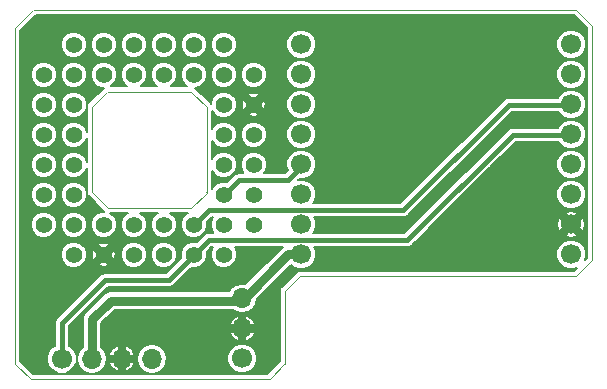
<source format=gtl>
G04 #@! TF.FileFunction,Copper,L1,Top,Signal*
%FSLAX46Y46*%
G04 Gerber Fmt 4.6, Leading zero omitted, Abs format (unit mm)*
G04 Created by KiCad (PCBNEW 4.0.7) date 08/06/20 13:21:24*
%MOMM*%
%LPD*%
G01*
G04 APERTURE LIST*
%ADD10C,0.100000*%
%ADD11C,1.422400*%
%ADD12C,1.700000*%
%ADD13O,1.700000X1.700000*%
%ADD14C,0.400000*%
%ADD15C,0.800000*%
%ADD16C,0.200000*%
G04 APERTURE END LIST*
D10*
X110650000Y-128175000D02*
X130875000Y-128175000D01*
X158175000Y-98250000D02*
X158175000Y-98275000D01*
X156850000Y-96925000D02*
X158175000Y-98250000D01*
X110900000Y-96925000D02*
X156850000Y-96925000D01*
X109332000Y-126860000D02*
X109332000Y-98475000D01*
X132200000Y-120725000D02*
X132200000Y-126853000D01*
X133496000Y-119442000D02*
X132201000Y-120737000D01*
X158176000Y-118118000D02*
X156842000Y-119452000D01*
X158176000Y-98247000D02*
X158176000Y-118118000D01*
X109354000Y-98465000D02*
X110893000Y-96926000D01*
X133500000Y-119452000D02*
X156827000Y-119452000D01*
X117180000Y-113675000D02*
X117180000Y-113645000D01*
X124244000Y-113675000D02*
X117180000Y-113675000D01*
X125555000Y-112365000D02*
X125532000Y-112365000D01*
X125555000Y-105156000D02*
X125555000Y-112365000D01*
X115854000Y-112359000D02*
X115854000Y-105151000D01*
X117165000Y-103823000D02*
X124236000Y-103823000D01*
X109333000Y-126851000D02*
X110643000Y-128161000D01*
X115860000Y-112359000D02*
X117170000Y-113669000D01*
X124252000Y-103845000D02*
X125562000Y-105155000D01*
X132198000Y-126850000D02*
X130903000Y-128145000D01*
X125545000Y-112379000D02*
X124250000Y-113674000D01*
X117158000Y-103830000D02*
X115863000Y-105125000D01*
D11*
X114300000Y-110033000D03*
X114300000Y-107493000D03*
X114300000Y-104953000D03*
X114300000Y-112573000D03*
X114300000Y-115113000D03*
X111760000Y-107493000D03*
X111760000Y-104953000D03*
X111760000Y-102413000D03*
X111760000Y-110033000D03*
X111760000Y-112573000D03*
X114300000Y-102413000D03*
X116840000Y-102413000D03*
X119380000Y-102413000D03*
X121920000Y-102413000D03*
X124460000Y-102413000D03*
X114300000Y-99873000D03*
X116840000Y-99873000D03*
X119380000Y-99873000D03*
X121920000Y-99873000D03*
X124460000Y-99873000D03*
X127000000Y-99873000D03*
X127000000Y-102413000D03*
X127000000Y-104953000D03*
X127000000Y-107493000D03*
X127000000Y-110033000D03*
X127000000Y-112573000D03*
X127000000Y-117653000D03*
X129540000Y-102413000D03*
X129540000Y-104953000D03*
X129540000Y-107493000D03*
X129540000Y-110033000D03*
X129540000Y-112573000D03*
X129540000Y-115113000D03*
X127000000Y-115113000D03*
X124460000Y-115113000D03*
X121920000Y-115113000D03*
X119380000Y-115113000D03*
X116840000Y-115113000D03*
X111760000Y-115113000D03*
X124460000Y-117653000D03*
X121920000Y-117653000D03*
X119380000Y-117653000D03*
X116840000Y-117653000D03*
X114300000Y-117653000D03*
D12*
X156416000Y-99832000D03*
X156416000Y-102372000D03*
X156416000Y-104912000D03*
X156416000Y-107452000D03*
X156416000Y-109992000D03*
X156416000Y-112532000D03*
X156416000Y-115072000D03*
X156416000Y-117612000D03*
X133556000Y-117612000D03*
X133556000Y-115072000D03*
X133556000Y-112532000D03*
X133556000Y-109992000D03*
X133556000Y-107452000D03*
X133556000Y-104912000D03*
X133556000Y-102372000D03*
X133556000Y-99832000D03*
X113304000Y-126451000D03*
D13*
X115844000Y-126451000D03*
X118384000Y-126451000D03*
X120924000Y-126451000D03*
D12*
X128565000Y-126424000D03*
D13*
X128565000Y-123884000D03*
X128565000Y-121344000D03*
D14*
X127000000Y-112573000D02*
X127038000Y-112573000D01*
X127038000Y-112573000D02*
X128283000Y-111328000D01*
X128283000Y-111328000D02*
X132424000Y-111328000D01*
X132424000Y-111328000D02*
X133719000Y-110033000D01*
X125813000Y-113856000D02*
X125717000Y-113856000D01*
X125813000Y-113856000D02*
X142215000Y-113856000D01*
X142215000Y-113856000D02*
X151118000Y-104953000D01*
X156579000Y-104953000D02*
X151118000Y-104953000D01*
X125717000Y-113856000D02*
X124460000Y-115113000D01*
X124460000Y-117653000D02*
X124460000Y-117690000D01*
X124460000Y-117690000D02*
X122343000Y-119807000D01*
X113304000Y-123446000D02*
X113304000Y-126594000D01*
X116943000Y-119807000D02*
X113304000Y-123446000D01*
X122343000Y-119807000D02*
X116943000Y-119807000D01*
X156579000Y-107493000D02*
X151455000Y-107493000D01*
X125715000Y-116398000D02*
X124460000Y-117653000D01*
X142550000Y-116398000D02*
X125715000Y-116398000D01*
X151455000Y-107493000D02*
X142550000Y-116398000D01*
D15*
X133556000Y-117612000D02*
X132480000Y-117612000D01*
X132480000Y-117612000D02*
X128565000Y-121527000D01*
X115844000Y-126594000D02*
X115844000Y-123106000D01*
X117423000Y-121527000D02*
X128565000Y-121527000D01*
X115844000Y-123106000D02*
X117423000Y-121527000D01*
D16*
G36*
X157726000Y-98437396D02*
X157726000Y-117931604D01*
X157573407Y-118084197D01*
X157665783Y-117861731D01*
X157666217Y-117364450D01*
X157476316Y-116904857D01*
X157124993Y-116552919D01*
X156665731Y-116362217D01*
X156168450Y-116361783D01*
X155708857Y-116551684D01*
X155356919Y-116903007D01*
X155166217Y-117362269D01*
X155165783Y-117859550D01*
X155355684Y-118319143D01*
X155707007Y-118671081D01*
X156166269Y-118861783D01*
X156663550Y-118862217D01*
X156888219Y-118769385D01*
X156655604Y-119002000D01*
X133546275Y-119002000D01*
X133496000Y-118992000D01*
X133323793Y-119026253D01*
X133177802Y-119123802D01*
X131920980Y-120380624D01*
X131881802Y-120406802D01*
X131784254Y-120552792D01*
X131750000Y-120725000D01*
X131750000Y-126661604D01*
X130686604Y-127725000D01*
X120926458Y-127725000D01*
X121402354Y-127630338D01*
X121807883Y-127359372D01*
X122078849Y-126953843D01*
X122135000Y-126671550D01*
X127314783Y-126671550D01*
X127504684Y-127131143D01*
X127856007Y-127483081D01*
X128315269Y-127673783D01*
X128812550Y-127674217D01*
X129272143Y-127484316D01*
X129624081Y-127132993D01*
X129814783Y-126673731D01*
X129815217Y-126176450D01*
X129625316Y-125716857D01*
X129273993Y-125364919D01*
X128814731Y-125174217D01*
X128317450Y-125173783D01*
X127857857Y-125363684D01*
X127505919Y-125715007D01*
X127315217Y-126174269D01*
X127314783Y-126671550D01*
X122135000Y-126671550D01*
X122174000Y-126475489D01*
X122174000Y-126426511D01*
X122078849Y-125948157D01*
X121807883Y-125542628D01*
X121402354Y-125271662D01*
X120924000Y-125176511D01*
X120445646Y-125271662D01*
X120040117Y-125542628D01*
X119769151Y-125948157D01*
X119674000Y-126426511D01*
X119674000Y-126475489D01*
X119769151Y-126953843D01*
X120040117Y-127359372D01*
X120445646Y-127630338D01*
X120921542Y-127725000D01*
X115846458Y-127725000D01*
X116322354Y-127630338D01*
X116727883Y-127359372D01*
X116998849Y-126953843D01*
X117010096Y-126897299D01*
X117324104Y-126897299D01*
X117575575Y-127268931D01*
X117937705Y-127510869D01*
X118109000Y-127490230D01*
X118109000Y-126726000D01*
X118659000Y-126726000D01*
X118659000Y-127490230D01*
X118830295Y-127510869D01*
X119192425Y-127268931D01*
X119443896Y-126897299D01*
X119425663Y-126726000D01*
X118659000Y-126726000D01*
X118109000Y-126726000D01*
X117342337Y-126726000D01*
X117324104Y-126897299D01*
X117010096Y-126897299D01*
X117094000Y-126475489D01*
X117094000Y-126426511D01*
X117010097Y-126004701D01*
X117324104Y-126004701D01*
X117342337Y-126176000D01*
X118109000Y-126176000D01*
X118109000Y-125411770D01*
X118659000Y-125411770D01*
X118659000Y-126176000D01*
X119425663Y-126176000D01*
X119443896Y-126004701D01*
X119192425Y-125633069D01*
X118830295Y-125391131D01*
X118659000Y-125411770D01*
X118109000Y-125411770D01*
X117937705Y-125391131D01*
X117575575Y-125633069D01*
X117324104Y-126004701D01*
X117010097Y-126004701D01*
X116998849Y-125948157D01*
X116727883Y-125542628D01*
X116644000Y-125486579D01*
X116644000Y-124330295D01*
X127505131Y-124330295D01*
X127747069Y-124692425D01*
X128118701Y-124943896D01*
X128290000Y-124925663D01*
X128290000Y-124159000D01*
X128840000Y-124159000D01*
X128840000Y-124925663D01*
X129011299Y-124943896D01*
X129382931Y-124692425D01*
X129624869Y-124330295D01*
X129604230Y-124159000D01*
X128840000Y-124159000D01*
X128290000Y-124159000D01*
X127525770Y-124159000D01*
X127505131Y-124330295D01*
X116644000Y-124330295D01*
X116644000Y-123437705D01*
X127505131Y-123437705D01*
X127525770Y-123609000D01*
X128290000Y-123609000D01*
X128290000Y-122842337D01*
X128840000Y-122842337D01*
X128840000Y-123609000D01*
X129604230Y-123609000D01*
X129624869Y-123437705D01*
X129382931Y-123075575D01*
X129011299Y-122824104D01*
X128840000Y-122842337D01*
X128290000Y-122842337D01*
X128118701Y-122824104D01*
X127747069Y-123075575D01*
X127505131Y-123437705D01*
X116644000Y-123437705D01*
X116644000Y-123437370D01*
X117754371Y-122327000D01*
X127804967Y-122327000D01*
X128062157Y-122498849D01*
X128540511Y-122594000D01*
X128589489Y-122594000D01*
X129067843Y-122498849D01*
X129473372Y-122227883D01*
X129744338Y-121822354D01*
X129829586Y-121393784D01*
X132699777Y-118523593D01*
X132847007Y-118671081D01*
X133306269Y-118861783D01*
X133803550Y-118862217D01*
X134263143Y-118672316D01*
X134615081Y-118320993D01*
X134805783Y-117861731D01*
X134806217Y-117364450D01*
X134654802Y-116998000D01*
X142550000Y-116998000D01*
X142779610Y-116952328D01*
X142974264Y-116822264D01*
X143778759Y-116017769D01*
X155859140Y-116017769D01*
X155968507Y-116155778D01*
X156417315Y-116244529D01*
X156863493Y-116155778D01*
X156972860Y-116017769D01*
X156416000Y-115460909D01*
X155859140Y-116017769D01*
X143778759Y-116017769D01*
X144723213Y-115073315D01*
X155243471Y-115073315D01*
X155332222Y-115519493D01*
X155470231Y-115628860D01*
X156027091Y-115072000D01*
X156804909Y-115072000D01*
X157361769Y-115628860D01*
X157499778Y-115519493D01*
X157588529Y-115070685D01*
X157499778Y-114624507D01*
X157361769Y-114515140D01*
X156804909Y-115072000D01*
X156027091Y-115072000D01*
X155470231Y-114515140D01*
X155332222Y-114624507D01*
X155243471Y-115073315D01*
X144723213Y-115073315D01*
X145670297Y-114126231D01*
X155859140Y-114126231D01*
X156416000Y-114683091D01*
X156972860Y-114126231D01*
X156863493Y-113988222D01*
X156414685Y-113899471D01*
X155968507Y-113988222D01*
X155859140Y-114126231D01*
X145670297Y-114126231D01*
X147016978Y-112779550D01*
X155165783Y-112779550D01*
X155355684Y-113239143D01*
X155707007Y-113591081D01*
X156166269Y-113781783D01*
X156663550Y-113782217D01*
X157123143Y-113592316D01*
X157475081Y-113240993D01*
X157665783Y-112781731D01*
X157666217Y-112284450D01*
X157476316Y-111824857D01*
X157124993Y-111472919D01*
X156665731Y-111282217D01*
X156168450Y-111281783D01*
X155708857Y-111471684D01*
X155356919Y-111823007D01*
X155166217Y-112282269D01*
X155165783Y-112779550D01*
X147016978Y-112779550D01*
X149556978Y-110239550D01*
X155165783Y-110239550D01*
X155355684Y-110699143D01*
X155707007Y-111051081D01*
X156166269Y-111241783D01*
X156663550Y-111242217D01*
X157123143Y-111052316D01*
X157475081Y-110700993D01*
X157665783Y-110241731D01*
X157666217Y-109744450D01*
X157476316Y-109284857D01*
X157124993Y-108932919D01*
X156665731Y-108742217D01*
X156168450Y-108741783D01*
X155708857Y-108931684D01*
X155356919Y-109283007D01*
X155166217Y-109742269D01*
X155165783Y-110239550D01*
X149556978Y-110239550D01*
X151703528Y-108093000D01*
X155328354Y-108093000D01*
X155355684Y-108159143D01*
X155707007Y-108511081D01*
X156166269Y-108701783D01*
X156663550Y-108702217D01*
X157123143Y-108512316D01*
X157475081Y-108160993D01*
X157665783Y-107701731D01*
X157666217Y-107204450D01*
X157476316Y-106744857D01*
X157124993Y-106392919D01*
X156665731Y-106202217D01*
X156168450Y-106201783D01*
X155708857Y-106391684D01*
X155356919Y-106743007D01*
X155294637Y-106893000D01*
X151455000Y-106893000D01*
X151225390Y-106938672D01*
X151030736Y-107068736D01*
X142301472Y-115798000D01*
X134598044Y-115798000D01*
X134615081Y-115780993D01*
X134805783Y-115321731D01*
X134806217Y-114824450D01*
X134653976Y-114456000D01*
X142215000Y-114456000D01*
X142444610Y-114410328D01*
X142639264Y-114280264D01*
X151366528Y-105553000D01*
X155328354Y-105553000D01*
X155355684Y-105619143D01*
X155707007Y-105971081D01*
X156166269Y-106161783D01*
X156663550Y-106162217D01*
X157123143Y-105972316D01*
X157475081Y-105620993D01*
X157665783Y-105161731D01*
X157666217Y-104664450D01*
X157476316Y-104204857D01*
X157124993Y-103852919D01*
X156665731Y-103662217D01*
X156168450Y-103661783D01*
X155708857Y-103851684D01*
X155356919Y-104203007D01*
X155294637Y-104353000D01*
X151118000Y-104353000D01*
X150888389Y-104398672D01*
X150693736Y-104528736D01*
X141966472Y-113256000D01*
X134600048Y-113256000D01*
X134615081Y-113240993D01*
X134805783Y-112781731D01*
X134806217Y-112284450D01*
X134616316Y-111824857D01*
X134264993Y-111472919D01*
X133805731Y-111282217D01*
X133318736Y-111281792D01*
X133358699Y-111241829D01*
X133803550Y-111242217D01*
X134263143Y-111052316D01*
X134615081Y-110700993D01*
X134805783Y-110241731D01*
X134806217Y-109744450D01*
X134616316Y-109284857D01*
X134264993Y-108932919D01*
X133805731Y-108742217D01*
X133308450Y-108741783D01*
X132848857Y-108931684D01*
X132496919Y-109283007D01*
X132306217Y-109742269D01*
X132305783Y-110239550D01*
X132410497Y-110492975D01*
X132175472Y-110728000D01*
X130416633Y-110728000D01*
X130481480Y-110663266D01*
X130651007Y-110255001D01*
X130651393Y-109812938D01*
X130482579Y-109404378D01*
X130170266Y-109091520D01*
X129762001Y-108921993D01*
X129319938Y-108921607D01*
X128911378Y-109090421D01*
X128598520Y-109402734D01*
X128428993Y-109810999D01*
X128428607Y-110253062D01*
X128597421Y-110661622D01*
X128663683Y-110728000D01*
X128283000Y-110728000D01*
X128053390Y-110773672D01*
X127858736Y-110903736D01*
X127277453Y-111485019D01*
X127222001Y-111461993D01*
X126779938Y-111461607D01*
X126371378Y-111630421D01*
X126058520Y-111942734D01*
X126005000Y-112071624D01*
X126005000Y-110534754D01*
X126057421Y-110661622D01*
X126369734Y-110974480D01*
X126777999Y-111144007D01*
X127220062Y-111144393D01*
X127628622Y-110975579D01*
X127941480Y-110663266D01*
X128111007Y-110255001D01*
X128111393Y-109812938D01*
X127942579Y-109404378D01*
X127630266Y-109091520D01*
X127222001Y-108921993D01*
X126779938Y-108921607D01*
X126371378Y-109090421D01*
X126058520Y-109402734D01*
X126005000Y-109531624D01*
X126005000Y-107994754D01*
X126057421Y-108121622D01*
X126369734Y-108434480D01*
X126777999Y-108604007D01*
X127220062Y-108604393D01*
X127628622Y-108435579D01*
X127941480Y-108123266D01*
X128111007Y-107715001D01*
X128111008Y-107713062D01*
X128428607Y-107713062D01*
X128597421Y-108121622D01*
X128909734Y-108434480D01*
X129317999Y-108604007D01*
X129760062Y-108604393D01*
X130168622Y-108435579D01*
X130481480Y-108123266D01*
X130651007Y-107715001D01*
X130651020Y-107699550D01*
X132305783Y-107699550D01*
X132495684Y-108159143D01*
X132847007Y-108511081D01*
X133306269Y-108701783D01*
X133803550Y-108702217D01*
X134263143Y-108512316D01*
X134615081Y-108160993D01*
X134805783Y-107701731D01*
X134806217Y-107204450D01*
X134616316Y-106744857D01*
X134264993Y-106392919D01*
X133805731Y-106202217D01*
X133308450Y-106201783D01*
X132848857Y-106391684D01*
X132496919Y-106743007D01*
X132306217Y-107202269D01*
X132305783Y-107699550D01*
X130651020Y-107699550D01*
X130651393Y-107272938D01*
X130482579Y-106864378D01*
X130170266Y-106551520D01*
X129762001Y-106381993D01*
X129319938Y-106381607D01*
X128911378Y-106550421D01*
X128598520Y-106862734D01*
X128428993Y-107270999D01*
X128428607Y-107713062D01*
X128111008Y-107713062D01*
X128111393Y-107272938D01*
X127942579Y-106864378D01*
X127630266Y-106551520D01*
X127222001Y-106381993D01*
X126779938Y-106381607D01*
X126371378Y-106550421D01*
X126058520Y-106862734D01*
X126005000Y-106991624D01*
X126005000Y-105454754D01*
X126057421Y-105581622D01*
X126369734Y-105894480D01*
X126777999Y-106064007D01*
X127220062Y-106064393D01*
X127628622Y-105895579D01*
X127729491Y-105794885D01*
X129087024Y-105794885D01*
X129178422Y-105918528D01*
X129575437Y-105983402D01*
X129901578Y-105918528D01*
X129992976Y-105794885D01*
X129540000Y-105341909D01*
X129087024Y-105794885D01*
X127729491Y-105794885D01*
X127941480Y-105583266D01*
X128111007Y-105175001D01*
X128111169Y-104988437D01*
X128509598Y-104988437D01*
X128574472Y-105314578D01*
X128698115Y-105405976D01*
X129151091Y-104953000D01*
X129928909Y-104953000D01*
X130381885Y-105405976D01*
X130505528Y-105314578D01*
X130530860Y-105159550D01*
X132305783Y-105159550D01*
X132495684Y-105619143D01*
X132847007Y-105971081D01*
X133306269Y-106161783D01*
X133803550Y-106162217D01*
X134263143Y-105972316D01*
X134615081Y-105620993D01*
X134805783Y-105161731D01*
X134806217Y-104664450D01*
X134616316Y-104204857D01*
X134264993Y-103852919D01*
X133805731Y-103662217D01*
X133308450Y-103661783D01*
X132848857Y-103851684D01*
X132496919Y-104203007D01*
X132306217Y-104662269D01*
X132305783Y-105159550D01*
X130530860Y-105159550D01*
X130570402Y-104917563D01*
X130505528Y-104591422D01*
X130381885Y-104500024D01*
X129928909Y-104953000D01*
X129151091Y-104953000D01*
X128698115Y-104500024D01*
X128574472Y-104591422D01*
X128509598Y-104988437D01*
X128111169Y-104988437D01*
X128111393Y-104732938D01*
X127942579Y-104324378D01*
X127729688Y-104111115D01*
X129087024Y-104111115D01*
X129540000Y-104564091D01*
X129992976Y-104111115D01*
X129901578Y-103987472D01*
X129504563Y-103922598D01*
X129178422Y-103987472D01*
X129087024Y-104111115D01*
X127729688Y-104111115D01*
X127630266Y-104011520D01*
X127222001Y-103841993D01*
X126779938Y-103841607D01*
X126371378Y-104010421D01*
X126058520Y-104322734D01*
X125888993Y-104730999D01*
X125888889Y-104849809D01*
X125880198Y-104836802D01*
X124570198Y-103526802D01*
X124567849Y-103525233D01*
X124567223Y-103524294D01*
X124680062Y-103524393D01*
X125088622Y-103355579D01*
X125401480Y-103043266D01*
X125571007Y-102635001D01*
X125571008Y-102633062D01*
X125888607Y-102633062D01*
X126057421Y-103041622D01*
X126369734Y-103354480D01*
X126777999Y-103524007D01*
X127220062Y-103524393D01*
X127628622Y-103355579D01*
X127941480Y-103043266D01*
X128111007Y-102635001D01*
X128111008Y-102633062D01*
X128428607Y-102633062D01*
X128597421Y-103041622D01*
X128909734Y-103354480D01*
X129317999Y-103524007D01*
X129760062Y-103524393D01*
X130168622Y-103355579D01*
X130481480Y-103043266D01*
X130651007Y-102635001D01*
X130651020Y-102619550D01*
X132305783Y-102619550D01*
X132495684Y-103079143D01*
X132847007Y-103431081D01*
X133306269Y-103621783D01*
X133803550Y-103622217D01*
X134263143Y-103432316D01*
X134615081Y-103080993D01*
X134805783Y-102621731D01*
X134805784Y-102619550D01*
X155165783Y-102619550D01*
X155355684Y-103079143D01*
X155707007Y-103431081D01*
X156166269Y-103621783D01*
X156663550Y-103622217D01*
X157123143Y-103432316D01*
X157475081Y-103080993D01*
X157665783Y-102621731D01*
X157666217Y-102124450D01*
X157476316Y-101664857D01*
X157124993Y-101312919D01*
X156665731Y-101122217D01*
X156168450Y-101121783D01*
X155708857Y-101311684D01*
X155356919Y-101663007D01*
X155166217Y-102122269D01*
X155165783Y-102619550D01*
X134805784Y-102619550D01*
X134806217Y-102124450D01*
X134616316Y-101664857D01*
X134264993Y-101312919D01*
X133805731Y-101122217D01*
X133308450Y-101121783D01*
X132848857Y-101311684D01*
X132496919Y-101663007D01*
X132306217Y-102122269D01*
X132305783Y-102619550D01*
X130651020Y-102619550D01*
X130651393Y-102192938D01*
X130482579Y-101784378D01*
X130170266Y-101471520D01*
X129762001Y-101301993D01*
X129319938Y-101301607D01*
X128911378Y-101470421D01*
X128598520Y-101782734D01*
X128428993Y-102190999D01*
X128428607Y-102633062D01*
X128111008Y-102633062D01*
X128111393Y-102192938D01*
X127942579Y-101784378D01*
X127630266Y-101471520D01*
X127222001Y-101301993D01*
X126779938Y-101301607D01*
X126371378Y-101470421D01*
X126058520Y-101782734D01*
X125888993Y-102190999D01*
X125888607Y-102633062D01*
X125571008Y-102633062D01*
X125571393Y-102192938D01*
X125402579Y-101784378D01*
X125090266Y-101471520D01*
X124682001Y-101301993D01*
X124239938Y-101301607D01*
X123831378Y-101470421D01*
X123518520Y-101782734D01*
X123348993Y-102190999D01*
X123348607Y-102633062D01*
X123517421Y-103041622D01*
X123829734Y-103354480D01*
X123874335Y-103373000D01*
X122506460Y-103373000D01*
X122548622Y-103355579D01*
X122861480Y-103043266D01*
X123031007Y-102635001D01*
X123031393Y-102192938D01*
X122862579Y-101784378D01*
X122550266Y-101471520D01*
X122142001Y-101301993D01*
X121699938Y-101301607D01*
X121291378Y-101470421D01*
X120978520Y-101782734D01*
X120808993Y-102190999D01*
X120808607Y-102633062D01*
X120977421Y-103041622D01*
X121289734Y-103354480D01*
X121334335Y-103373000D01*
X119966460Y-103373000D01*
X120008622Y-103355579D01*
X120321480Y-103043266D01*
X120491007Y-102635001D01*
X120491393Y-102192938D01*
X120322579Y-101784378D01*
X120010266Y-101471520D01*
X119602001Y-101301993D01*
X119159938Y-101301607D01*
X118751378Y-101470421D01*
X118438520Y-101782734D01*
X118268993Y-102190999D01*
X118268607Y-102633062D01*
X118437421Y-103041622D01*
X118749734Y-103354480D01*
X118794335Y-103373000D01*
X117426460Y-103373000D01*
X117468622Y-103355579D01*
X117781480Y-103043266D01*
X117951007Y-102635001D01*
X117951393Y-102192938D01*
X117782579Y-101784378D01*
X117470266Y-101471520D01*
X117062001Y-101301993D01*
X116619938Y-101301607D01*
X116211378Y-101470421D01*
X115898520Y-101782734D01*
X115728993Y-102190999D01*
X115728607Y-102633062D01*
X115897421Y-103041622D01*
X116209734Y-103354480D01*
X116617999Y-103524007D01*
X116827414Y-103524190D01*
X115544802Y-104806802D01*
X115447254Y-104952793D01*
X115443705Y-104970634D01*
X115438254Y-104978792D01*
X115411059Y-105115512D01*
X115411393Y-104732938D01*
X115242579Y-104324378D01*
X114930266Y-104011520D01*
X114522001Y-103841993D01*
X114079938Y-103841607D01*
X113671378Y-104010421D01*
X113358520Y-104322734D01*
X113188993Y-104730999D01*
X113188607Y-105173062D01*
X113357421Y-105581622D01*
X113669734Y-105894480D01*
X114077999Y-106064007D01*
X114520062Y-106064393D01*
X114928622Y-105895579D01*
X115241480Y-105583266D01*
X115404000Y-105191876D01*
X115404000Y-107255046D01*
X115242579Y-106864378D01*
X114930266Y-106551520D01*
X114522001Y-106381993D01*
X114079938Y-106381607D01*
X113671378Y-106550421D01*
X113358520Y-106862734D01*
X113188993Y-107270999D01*
X113188607Y-107713062D01*
X113357421Y-108121622D01*
X113669734Y-108434480D01*
X114077999Y-108604007D01*
X114520062Y-108604393D01*
X114928622Y-108435579D01*
X115241480Y-108123266D01*
X115404000Y-107731876D01*
X115404000Y-109795046D01*
X115242579Y-109404378D01*
X114930266Y-109091520D01*
X114522001Y-108921993D01*
X114079938Y-108921607D01*
X113671378Y-109090421D01*
X113358520Y-109402734D01*
X113188993Y-109810999D01*
X113188607Y-110253062D01*
X113357421Y-110661622D01*
X113669734Y-110974480D01*
X114077999Y-111144007D01*
X114520062Y-111144393D01*
X114928622Y-110975579D01*
X115241480Y-110663266D01*
X115404000Y-110271876D01*
X115404000Y-112335046D01*
X115242579Y-111944378D01*
X114930266Y-111631520D01*
X114522001Y-111461993D01*
X114079938Y-111461607D01*
X113671378Y-111630421D01*
X113358520Y-111942734D01*
X113188993Y-112350999D01*
X113188607Y-112793062D01*
X113357421Y-113201622D01*
X113669734Y-113514480D01*
X114077999Y-113684007D01*
X114520062Y-113684393D01*
X114928622Y-113515579D01*
X115241480Y-113203266D01*
X115411007Y-112795001D01*
X115411355Y-112395979D01*
X115438254Y-112531208D01*
X115535802Y-112677198D01*
X115553884Y-112689280D01*
X116851802Y-113987198D01*
X116873698Y-114001829D01*
X116619938Y-114001607D01*
X116211378Y-114170421D01*
X115898520Y-114482734D01*
X115728993Y-114890999D01*
X115728607Y-115333062D01*
X115897421Y-115741622D01*
X116209734Y-116054480D01*
X116617999Y-116224007D01*
X117060062Y-116224393D01*
X117468622Y-116055579D01*
X117781480Y-115743266D01*
X117951007Y-115335001D01*
X117951393Y-114892938D01*
X117782579Y-114484378D01*
X117470266Y-114171520D01*
X117358234Y-114125000D01*
X118861305Y-114125000D01*
X118751378Y-114170421D01*
X118438520Y-114482734D01*
X118268993Y-114890999D01*
X118268607Y-115333062D01*
X118437421Y-115741622D01*
X118749734Y-116054480D01*
X119157999Y-116224007D01*
X119600062Y-116224393D01*
X120008622Y-116055579D01*
X120321480Y-115743266D01*
X120491007Y-115335001D01*
X120491393Y-114892938D01*
X120322579Y-114484378D01*
X120010266Y-114171520D01*
X119898234Y-114125000D01*
X121401305Y-114125000D01*
X121291378Y-114170421D01*
X120978520Y-114482734D01*
X120808993Y-114890999D01*
X120808607Y-115333062D01*
X120977421Y-115741622D01*
X121289734Y-116054480D01*
X121697999Y-116224007D01*
X122140062Y-116224393D01*
X122548622Y-116055579D01*
X122861480Y-115743266D01*
X123031007Y-115335001D01*
X123031393Y-114892938D01*
X122862579Y-114484378D01*
X122550266Y-114171520D01*
X122438234Y-114125000D01*
X123941305Y-114125000D01*
X123831378Y-114170421D01*
X123518520Y-114482734D01*
X123348993Y-114890999D01*
X123348607Y-115333062D01*
X123517421Y-115741622D01*
X123829734Y-116054480D01*
X124237999Y-116224007D01*
X124680062Y-116224393D01*
X125088622Y-116055579D01*
X125401480Y-115743266D01*
X125571007Y-115335001D01*
X125571393Y-114892938D01*
X125558878Y-114862650D01*
X125965528Y-114456000D01*
X126085301Y-114456000D01*
X126058520Y-114482734D01*
X125888993Y-114890999D01*
X125888607Y-115333062D01*
X126057421Y-115741622D01*
X126113701Y-115798000D01*
X125715000Y-115798000D01*
X125485390Y-115843672D01*
X125290736Y-115973736D01*
X124710603Y-116553869D01*
X124682001Y-116541993D01*
X124239938Y-116541607D01*
X123831378Y-116710421D01*
X123518520Y-117022734D01*
X123348993Y-117430999D01*
X123348607Y-117873062D01*
X123371940Y-117929532D01*
X122094472Y-119207000D01*
X116943000Y-119207000D01*
X116713390Y-119252672D01*
X116518736Y-119382736D01*
X112879736Y-123021736D01*
X112749672Y-123216390D01*
X112704000Y-123446000D01*
X112704000Y-125346413D01*
X112596857Y-125390684D01*
X112244919Y-125742007D01*
X112054217Y-126201269D01*
X112053783Y-126698550D01*
X112243684Y-127158143D01*
X112595007Y-127510081D01*
X113054269Y-127700783D01*
X113551550Y-127701217D01*
X114011143Y-127511316D01*
X114363081Y-127159993D01*
X114553783Y-126700731D01*
X114554217Y-126203450D01*
X114364316Y-125743857D01*
X114012993Y-125391919D01*
X113904000Y-125346661D01*
X113904000Y-123694528D01*
X117191528Y-120407000D01*
X122343000Y-120407000D01*
X122572610Y-120361328D01*
X122767264Y-120231264D01*
X124235541Y-118762987D01*
X124237999Y-118764007D01*
X124680062Y-118764393D01*
X125088622Y-118595579D01*
X125401480Y-118283266D01*
X125571007Y-117875001D01*
X125571393Y-117432938D01*
X125558878Y-117402650D01*
X125963528Y-116998000D01*
X126083297Y-116998000D01*
X126058520Y-117022734D01*
X125888993Y-117430999D01*
X125888607Y-117873062D01*
X126057421Y-118281622D01*
X126369734Y-118594480D01*
X126777999Y-118764007D01*
X127220062Y-118764393D01*
X127628622Y-118595579D01*
X127941480Y-118283266D01*
X128111007Y-117875001D01*
X128111393Y-117432938D01*
X127942579Y-117024378D01*
X127916247Y-116998000D01*
X131986623Y-116998000D01*
X131914315Y-117046315D01*
X128820649Y-120139981D01*
X128589489Y-120094000D01*
X128540511Y-120094000D01*
X128062157Y-120189151D01*
X127656628Y-120460117D01*
X127478302Y-120727000D01*
X117423000Y-120727000D01*
X117116853Y-120787896D01*
X116857314Y-120961315D01*
X115278315Y-122540315D01*
X115104896Y-122799853D01*
X115044000Y-123106000D01*
X115044000Y-125486579D01*
X114960117Y-125542628D01*
X114689151Y-125948157D01*
X114594000Y-126426511D01*
X114594000Y-126475489D01*
X114689151Y-126953843D01*
X114960117Y-127359372D01*
X115365646Y-127630338D01*
X115841542Y-127725000D01*
X110843396Y-127725000D01*
X109782000Y-126663604D01*
X109782000Y-117873062D01*
X113188607Y-117873062D01*
X113357421Y-118281622D01*
X113669734Y-118594480D01*
X114077999Y-118764007D01*
X114520062Y-118764393D01*
X114928622Y-118595579D01*
X115029491Y-118494885D01*
X116387024Y-118494885D01*
X116478422Y-118618528D01*
X116875437Y-118683402D01*
X117201578Y-118618528D01*
X117292976Y-118494885D01*
X116840000Y-118041909D01*
X116387024Y-118494885D01*
X115029491Y-118494885D01*
X115241480Y-118283266D01*
X115411007Y-117875001D01*
X115411169Y-117688437D01*
X115809598Y-117688437D01*
X115874472Y-118014578D01*
X115998115Y-118105976D01*
X116451091Y-117653000D01*
X117228909Y-117653000D01*
X117681885Y-118105976D01*
X117805528Y-118014578D01*
X117828652Y-117873062D01*
X118268607Y-117873062D01*
X118437421Y-118281622D01*
X118749734Y-118594480D01*
X119157999Y-118764007D01*
X119600062Y-118764393D01*
X120008622Y-118595579D01*
X120321480Y-118283266D01*
X120491007Y-117875001D01*
X120491008Y-117873062D01*
X120808607Y-117873062D01*
X120977421Y-118281622D01*
X121289734Y-118594480D01*
X121697999Y-118764007D01*
X122140062Y-118764393D01*
X122548622Y-118595579D01*
X122861480Y-118283266D01*
X123031007Y-117875001D01*
X123031393Y-117432938D01*
X122862579Y-117024378D01*
X122550266Y-116711520D01*
X122142001Y-116541993D01*
X121699938Y-116541607D01*
X121291378Y-116710421D01*
X120978520Y-117022734D01*
X120808993Y-117430999D01*
X120808607Y-117873062D01*
X120491008Y-117873062D01*
X120491393Y-117432938D01*
X120322579Y-117024378D01*
X120010266Y-116711520D01*
X119602001Y-116541993D01*
X119159938Y-116541607D01*
X118751378Y-116710421D01*
X118438520Y-117022734D01*
X118268993Y-117430999D01*
X118268607Y-117873062D01*
X117828652Y-117873062D01*
X117870402Y-117617563D01*
X117805528Y-117291422D01*
X117681885Y-117200024D01*
X117228909Y-117653000D01*
X116451091Y-117653000D01*
X115998115Y-117200024D01*
X115874472Y-117291422D01*
X115809598Y-117688437D01*
X115411169Y-117688437D01*
X115411393Y-117432938D01*
X115242579Y-117024378D01*
X115029688Y-116811115D01*
X116387024Y-116811115D01*
X116840000Y-117264091D01*
X117292976Y-116811115D01*
X117201578Y-116687472D01*
X116804563Y-116622598D01*
X116478422Y-116687472D01*
X116387024Y-116811115D01*
X115029688Y-116811115D01*
X114930266Y-116711520D01*
X114522001Y-116541993D01*
X114079938Y-116541607D01*
X113671378Y-116710421D01*
X113358520Y-117022734D01*
X113188993Y-117430999D01*
X113188607Y-117873062D01*
X109782000Y-117873062D01*
X109782000Y-115333062D01*
X110648607Y-115333062D01*
X110817421Y-115741622D01*
X111129734Y-116054480D01*
X111537999Y-116224007D01*
X111980062Y-116224393D01*
X112388622Y-116055579D01*
X112701480Y-115743266D01*
X112871007Y-115335001D01*
X112871008Y-115333062D01*
X113188607Y-115333062D01*
X113357421Y-115741622D01*
X113669734Y-116054480D01*
X114077999Y-116224007D01*
X114520062Y-116224393D01*
X114928622Y-116055579D01*
X115241480Y-115743266D01*
X115411007Y-115335001D01*
X115411393Y-114892938D01*
X115242579Y-114484378D01*
X114930266Y-114171520D01*
X114522001Y-114001993D01*
X114079938Y-114001607D01*
X113671378Y-114170421D01*
X113358520Y-114482734D01*
X113188993Y-114890999D01*
X113188607Y-115333062D01*
X112871008Y-115333062D01*
X112871393Y-114892938D01*
X112702579Y-114484378D01*
X112390266Y-114171520D01*
X111982001Y-114001993D01*
X111539938Y-114001607D01*
X111131378Y-114170421D01*
X110818520Y-114482734D01*
X110648993Y-114890999D01*
X110648607Y-115333062D01*
X109782000Y-115333062D01*
X109782000Y-112793062D01*
X110648607Y-112793062D01*
X110817421Y-113201622D01*
X111129734Y-113514480D01*
X111537999Y-113684007D01*
X111980062Y-113684393D01*
X112388622Y-113515579D01*
X112701480Y-113203266D01*
X112871007Y-112795001D01*
X112871393Y-112352938D01*
X112702579Y-111944378D01*
X112390266Y-111631520D01*
X111982001Y-111461993D01*
X111539938Y-111461607D01*
X111131378Y-111630421D01*
X110818520Y-111942734D01*
X110648993Y-112350999D01*
X110648607Y-112793062D01*
X109782000Y-112793062D01*
X109782000Y-110253062D01*
X110648607Y-110253062D01*
X110817421Y-110661622D01*
X111129734Y-110974480D01*
X111537999Y-111144007D01*
X111980062Y-111144393D01*
X112388622Y-110975579D01*
X112701480Y-110663266D01*
X112871007Y-110255001D01*
X112871393Y-109812938D01*
X112702579Y-109404378D01*
X112390266Y-109091520D01*
X111982001Y-108921993D01*
X111539938Y-108921607D01*
X111131378Y-109090421D01*
X110818520Y-109402734D01*
X110648993Y-109810999D01*
X110648607Y-110253062D01*
X109782000Y-110253062D01*
X109782000Y-107713062D01*
X110648607Y-107713062D01*
X110817421Y-108121622D01*
X111129734Y-108434480D01*
X111537999Y-108604007D01*
X111980062Y-108604393D01*
X112388622Y-108435579D01*
X112701480Y-108123266D01*
X112871007Y-107715001D01*
X112871393Y-107272938D01*
X112702579Y-106864378D01*
X112390266Y-106551520D01*
X111982001Y-106381993D01*
X111539938Y-106381607D01*
X111131378Y-106550421D01*
X110818520Y-106862734D01*
X110648993Y-107270999D01*
X110648607Y-107713062D01*
X109782000Y-107713062D01*
X109782000Y-105173062D01*
X110648607Y-105173062D01*
X110817421Y-105581622D01*
X111129734Y-105894480D01*
X111537999Y-106064007D01*
X111980062Y-106064393D01*
X112388622Y-105895579D01*
X112701480Y-105583266D01*
X112871007Y-105175001D01*
X112871393Y-104732938D01*
X112702579Y-104324378D01*
X112390266Y-104011520D01*
X111982001Y-103841993D01*
X111539938Y-103841607D01*
X111131378Y-104010421D01*
X110818520Y-104322734D01*
X110648993Y-104730999D01*
X110648607Y-105173062D01*
X109782000Y-105173062D01*
X109782000Y-102633062D01*
X110648607Y-102633062D01*
X110817421Y-103041622D01*
X111129734Y-103354480D01*
X111537999Y-103524007D01*
X111980062Y-103524393D01*
X112388622Y-103355579D01*
X112701480Y-103043266D01*
X112871007Y-102635001D01*
X112871008Y-102633062D01*
X113188607Y-102633062D01*
X113357421Y-103041622D01*
X113669734Y-103354480D01*
X114077999Y-103524007D01*
X114520062Y-103524393D01*
X114928622Y-103355579D01*
X115241480Y-103043266D01*
X115411007Y-102635001D01*
X115411393Y-102192938D01*
X115242579Y-101784378D01*
X114930266Y-101471520D01*
X114522001Y-101301993D01*
X114079938Y-101301607D01*
X113671378Y-101470421D01*
X113358520Y-101782734D01*
X113188993Y-102190999D01*
X113188607Y-102633062D01*
X112871008Y-102633062D01*
X112871393Y-102192938D01*
X112702579Y-101784378D01*
X112390266Y-101471520D01*
X111982001Y-101301993D01*
X111539938Y-101301607D01*
X111131378Y-101470421D01*
X110818520Y-101782734D01*
X110648993Y-102190999D01*
X110648607Y-102633062D01*
X109782000Y-102633062D01*
X109782000Y-100093062D01*
X113188607Y-100093062D01*
X113357421Y-100501622D01*
X113669734Y-100814480D01*
X114077999Y-100984007D01*
X114520062Y-100984393D01*
X114928622Y-100815579D01*
X115241480Y-100503266D01*
X115411007Y-100095001D01*
X115411008Y-100093062D01*
X115728607Y-100093062D01*
X115897421Y-100501622D01*
X116209734Y-100814480D01*
X116617999Y-100984007D01*
X117060062Y-100984393D01*
X117468622Y-100815579D01*
X117781480Y-100503266D01*
X117951007Y-100095001D01*
X117951008Y-100093062D01*
X118268607Y-100093062D01*
X118437421Y-100501622D01*
X118749734Y-100814480D01*
X119157999Y-100984007D01*
X119600062Y-100984393D01*
X120008622Y-100815579D01*
X120321480Y-100503266D01*
X120491007Y-100095001D01*
X120491008Y-100093062D01*
X120808607Y-100093062D01*
X120977421Y-100501622D01*
X121289734Y-100814480D01*
X121697999Y-100984007D01*
X122140062Y-100984393D01*
X122548622Y-100815579D01*
X122861480Y-100503266D01*
X123031007Y-100095001D01*
X123031008Y-100093062D01*
X123348607Y-100093062D01*
X123517421Y-100501622D01*
X123829734Y-100814480D01*
X124237999Y-100984007D01*
X124680062Y-100984393D01*
X125088622Y-100815579D01*
X125401480Y-100503266D01*
X125571007Y-100095001D01*
X125571008Y-100093062D01*
X125888607Y-100093062D01*
X126057421Y-100501622D01*
X126369734Y-100814480D01*
X126777999Y-100984007D01*
X127220062Y-100984393D01*
X127628622Y-100815579D01*
X127941480Y-100503266D01*
X128111007Y-100095001D01*
X128111020Y-100079550D01*
X132305783Y-100079550D01*
X132495684Y-100539143D01*
X132847007Y-100891081D01*
X133306269Y-101081783D01*
X133803550Y-101082217D01*
X134263143Y-100892316D01*
X134615081Y-100540993D01*
X134805783Y-100081731D01*
X134805784Y-100079550D01*
X155165783Y-100079550D01*
X155355684Y-100539143D01*
X155707007Y-100891081D01*
X156166269Y-101081783D01*
X156663550Y-101082217D01*
X157123143Y-100892316D01*
X157475081Y-100540993D01*
X157665783Y-100081731D01*
X157666217Y-99584450D01*
X157476316Y-99124857D01*
X157124993Y-98772919D01*
X156665731Y-98582217D01*
X156168450Y-98581783D01*
X155708857Y-98771684D01*
X155356919Y-99123007D01*
X155166217Y-99582269D01*
X155165783Y-100079550D01*
X134805784Y-100079550D01*
X134806217Y-99584450D01*
X134616316Y-99124857D01*
X134264993Y-98772919D01*
X133805731Y-98582217D01*
X133308450Y-98581783D01*
X132848857Y-98771684D01*
X132496919Y-99123007D01*
X132306217Y-99582269D01*
X132305783Y-100079550D01*
X128111020Y-100079550D01*
X128111393Y-99652938D01*
X127942579Y-99244378D01*
X127630266Y-98931520D01*
X127222001Y-98761993D01*
X126779938Y-98761607D01*
X126371378Y-98930421D01*
X126058520Y-99242734D01*
X125888993Y-99650999D01*
X125888607Y-100093062D01*
X125571008Y-100093062D01*
X125571393Y-99652938D01*
X125402579Y-99244378D01*
X125090266Y-98931520D01*
X124682001Y-98761993D01*
X124239938Y-98761607D01*
X123831378Y-98930421D01*
X123518520Y-99242734D01*
X123348993Y-99650999D01*
X123348607Y-100093062D01*
X123031008Y-100093062D01*
X123031393Y-99652938D01*
X122862579Y-99244378D01*
X122550266Y-98931520D01*
X122142001Y-98761993D01*
X121699938Y-98761607D01*
X121291378Y-98930421D01*
X120978520Y-99242734D01*
X120808993Y-99650999D01*
X120808607Y-100093062D01*
X120491008Y-100093062D01*
X120491393Y-99652938D01*
X120322579Y-99244378D01*
X120010266Y-98931520D01*
X119602001Y-98761993D01*
X119159938Y-98761607D01*
X118751378Y-98930421D01*
X118438520Y-99242734D01*
X118268993Y-99650999D01*
X118268607Y-100093062D01*
X117951008Y-100093062D01*
X117951393Y-99652938D01*
X117782579Y-99244378D01*
X117470266Y-98931520D01*
X117062001Y-98761993D01*
X116619938Y-98761607D01*
X116211378Y-98930421D01*
X115898520Y-99242734D01*
X115728993Y-99650999D01*
X115728607Y-100093062D01*
X115411008Y-100093062D01*
X115411393Y-99652938D01*
X115242579Y-99244378D01*
X114930266Y-98931520D01*
X114522001Y-98761993D01*
X114079938Y-98761607D01*
X113671378Y-98930421D01*
X113358520Y-99242734D01*
X113188993Y-99650999D01*
X113188607Y-100093062D01*
X109782000Y-100093062D01*
X109782000Y-98673396D01*
X111080396Y-97375000D01*
X156663604Y-97375000D01*
X157726000Y-98437396D01*
X157726000Y-98437396D01*
G37*
X157726000Y-98437396D02*
X157726000Y-117931604D01*
X157573407Y-118084197D01*
X157665783Y-117861731D01*
X157666217Y-117364450D01*
X157476316Y-116904857D01*
X157124993Y-116552919D01*
X156665731Y-116362217D01*
X156168450Y-116361783D01*
X155708857Y-116551684D01*
X155356919Y-116903007D01*
X155166217Y-117362269D01*
X155165783Y-117859550D01*
X155355684Y-118319143D01*
X155707007Y-118671081D01*
X156166269Y-118861783D01*
X156663550Y-118862217D01*
X156888219Y-118769385D01*
X156655604Y-119002000D01*
X133546275Y-119002000D01*
X133496000Y-118992000D01*
X133323793Y-119026253D01*
X133177802Y-119123802D01*
X131920980Y-120380624D01*
X131881802Y-120406802D01*
X131784254Y-120552792D01*
X131750000Y-120725000D01*
X131750000Y-126661604D01*
X130686604Y-127725000D01*
X120926458Y-127725000D01*
X121402354Y-127630338D01*
X121807883Y-127359372D01*
X122078849Y-126953843D01*
X122135000Y-126671550D01*
X127314783Y-126671550D01*
X127504684Y-127131143D01*
X127856007Y-127483081D01*
X128315269Y-127673783D01*
X128812550Y-127674217D01*
X129272143Y-127484316D01*
X129624081Y-127132993D01*
X129814783Y-126673731D01*
X129815217Y-126176450D01*
X129625316Y-125716857D01*
X129273993Y-125364919D01*
X128814731Y-125174217D01*
X128317450Y-125173783D01*
X127857857Y-125363684D01*
X127505919Y-125715007D01*
X127315217Y-126174269D01*
X127314783Y-126671550D01*
X122135000Y-126671550D01*
X122174000Y-126475489D01*
X122174000Y-126426511D01*
X122078849Y-125948157D01*
X121807883Y-125542628D01*
X121402354Y-125271662D01*
X120924000Y-125176511D01*
X120445646Y-125271662D01*
X120040117Y-125542628D01*
X119769151Y-125948157D01*
X119674000Y-126426511D01*
X119674000Y-126475489D01*
X119769151Y-126953843D01*
X120040117Y-127359372D01*
X120445646Y-127630338D01*
X120921542Y-127725000D01*
X115846458Y-127725000D01*
X116322354Y-127630338D01*
X116727883Y-127359372D01*
X116998849Y-126953843D01*
X117010096Y-126897299D01*
X117324104Y-126897299D01*
X117575575Y-127268931D01*
X117937705Y-127510869D01*
X118109000Y-127490230D01*
X118109000Y-126726000D01*
X118659000Y-126726000D01*
X118659000Y-127490230D01*
X118830295Y-127510869D01*
X119192425Y-127268931D01*
X119443896Y-126897299D01*
X119425663Y-126726000D01*
X118659000Y-126726000D01*
X118109000Y-126726000D01*
X117342337Y-126726000D01*
X117324104Y-126897299D01*
X117010096Y-126897299D01*
X117094000Y-126475489D01*
X117094000Y-126426511D01*
X117010097Y-126004701D01*
X117324104Y-126004701D01*
X117342337Y-126176000D01*
X118109000Y-126176000D01*
X118109000Y-125411770D01*
X118659000Y-125411770D01*
X118659000Y-126176000D01*
X119425663Y-126176000D01*
X119443896Y-126004701D01*
X119192425Y-125633069D01*
X118830295Y-125391131D01*
X118659000Y-125411770D01*
X118109000Y-125411770D01*
X117937705Y-125391131D01*
X117575575Y-125633069D01*
X117324104Y-126004701D01*
X117010097Y-126004701D01*
X116998849Y-125948157D01*
X116727883Y-125542628D01*
X116644000Y-125486579D01*
X116644000Y-124330295D01*
X127505131Y-124330295D01*
X127747069Y-124692425D01*
X128118701Y-124943896D01*
X128290000Y-124925663D01*
X128290000Y-124159000D01*
X128840000Y-124159000D01*
X128840000Y-124925663D01*
X129011299Y-124943896D01*
X129382931Y-124692425D01*
X129624869Y-124330295D01*
X129604230Y-124159000D01*
X128840000Y-124159000D01*
X128290000Y-124159000D01*
X127525770Y-124159000D01*
X127505131Y-124330295D01*
X116644000Y-124330295D01*
X116644000Y-123437705D01*
X127505131Y-123437705D01*
X127525770Y-123609000D01*
X128290000Y-123609000D01*
X128290000Y-122842337D01*
X128840000Y-122842337D01*
X128840000Y-123609000D01*
X129604230Y-123609000D01*
X129624869Y-123437705D01*
X129382931Y-123075575D01*
X129011299Y-122824104D01*
X128840000Y-122842337D01*
X128290000Y-122842337D01*
X128118701Y-122824104D01*
X127747069Y-123075575D01*
X127505131Y-123437705D01*
X116644000Y-123437705D01*
X116644000Y-123437370D01*
X117754371Y-122327000D01*
X127804967Y-122327000D01*
X128062157Y-122498849D01*
X128540511Y-122594000D01*
X128589489Y-122594000D01*
X129067843Y-122498849D01*
X129473372Y-122227883D01*
X129744338Y-121822354D01*
X129829586Y-121393784D01*
X132699777Y-118523593D01*
X132847007Y-118671081D01*
X133306269Y-118861783D01*
X133803550Y-118862217D01*
X134263143Y-118672316D01*
X134615081Y-118320993D01*
X134805783Y-117861731D01*
X134806217Y-117364450D01*
X134654802Y-116998000D01*
X142550000Y-116998000D01*
X142779610Y-116952328D01*
X142974264Y-116822264D01*
X143778759Y-116017769D01*
X155859140Y-116017769D01*
X155968507Y-116155778D01*
X156417315Y-116244529D01*
X156863493Y-116155778D01*
X156972860Y-116017769D01*
X156416000Y-115460909D01*
X155859140Y-116017769D01*
X143778759Y-116017769D01*
X144723213Y-115073315D01*
X155243471Y-115073315D01*
X155332222Y-115519493D01*
X155470231Y-115628860D01*
X156027091Y-115072000D01*
X156804909Y-115072000D01*
X157361769Y-115628860D01*
X157499778Y-115519493D01*
X157588529Y-115070685D01*
X157499778Y-114624507D01*
X157361769Y-114515140D01*
X156804909Y-115072000D01*
X156027091Y-115072000D01*
X155470231Y-114515140D01*
X155332222Y-114624507D01*
X155243471Y-115073315D01*
X144723213Y-115073315D01*
X145670297Y-114126231D01*
X155859140Y-114126231D01*
X156416000Y-114683091D01*
X156972860Y-114126231D01*
X156863493Y-113988222D01*
X156414685Y-113899471D01*
X155968507Y-113988222D01*
X155859140Y-114126231D01*
X145670297Y-114126231D01*
X147016978Y-112779550D01*
X155165783Y-112779550D01*
X155355684Y-113239143D01*
X155707007Y-113591081D01*
X156166269Y-113781783D01*
X156663550Y-113782217D01*
X157123143Y-113592316D01*
X157475081Y-113240993D01*
X157665783Y-112781731D01*
X157666217Y-112284450D01*
X157476316Y-111824857D01*
X157124993Y-111472919D01*
X156665731Y-111282217D01*
X156168450Y-111281783D01*
X155708857Y-111471684D01*
X155356919Y-111823007D01*
X155166217Y-112282269D01*
X155165783Y-112779550D01*
X147016978Y-112779550D01*
X149556978Y-110239550D01*
X155165783Y-110239550D01*
X155355684Y-110699143D01*
X155707007Y-111051081D01*
X156166269Y-111241783D01*
X156663550Y-111242217D01*
X157123143Y-111052316D01*
X157475081Y-110700993D01*
X157665783Y-110241731D01*
X157666217Y-109744450D01*
X157476316Y-109284857D01*
X157124993Y-108932919D01*
X156665731Y-108742217D01*
X156168450Y-108741783D01*
X155708857Y-108931684D01*
X155356919Y-109283007D01*
X155166217Y-109742269D01*
X155165783Y-110239550D01*
X149556978Y-110239550D01*
X151703528Y-108093000D01*
X155328354Y-108093000D01*
X155355684Y-108159143D01*
X155707007Y-108511081D01*
X156166269Y-108701783D01*
X156663550Y-108702217D01*
X157123143Y-108512316D01*
X157475081Y-108160993D01*
X157665783Y-107701731D01*
X157666217Y-107204450D01*
X157476316Y-106744857D01*
X157124993Y-106392919D01*
X156665731Y-106202217D01*
X156168450Y-106201783D01*
X155708857Y-106391684D01*
X155356919Y-106743007D01*
X155294637Y-106893000D01*
X151455000Y-106893000D01*
X151225390Y-106938672D01*
X151030736Y-107068736D01*
X142301472Y-115798000D01*
X134598044Y-115798000D01*
X134615081Y-115780993D01*
X134805783Y-115321731D01*
X134806217Y-114824450D01*
X134653976Y-114456000D01*
X142215000Y-114456000D01*
X142444610Y-114410328D01*
X142639264Y-114280264D01*
X151366528Y-105553000D01*
X155328354Y-105553000D01*
X155355684Y-105619143D01*
X155707007Y-105971081D01*
X156166269Y-106161783D01*
X156663550Y-106162217D01*
X157123143Y-105972316D01*
X157475081Y-105620993D01*
X157665783Y-105161731D01*
X157666217Y-104664450D01*
X157476316Y-104204857D01*
X157124993Y-103852919D01*
X156665731Y-103662217D01*
X156168450Y-103661783D01*
X155708857Y-103851684D01*
X155356919Y-104203007D01*
X155294637Y-104353000D01*
X151118000Y-104353000D01*
X150888389Y-104398672D01*
X150693736Y-104528736D01*
X141966472Y-113256000D01*
X134600048Y-113256000D01*
X134615081Y-113240993D01*
X134805783Y-112781731D01*
X134806217Y-112284450D01*
X134616316Y-111824857D01*
X134264993Y-111472919D01*
X133805731Y-111282217D01*
X133318736Y-111281792D01*
X133358699Y-111241829D01*
X133803550Y-111242217D01*
X134263143Y-111052316D01*
X134615081Y-110700993D01*
X134805783Y-110241731D01*
X134806217Y-109744450D01*
X134616316Y-109284857D01*
X134264993Y-108932919D01*
X133805731Y-108742217D01*
X133308450Y-108741783D01*
X132848857Y-108931684D01*
X132496919Y-109283007D01*
X132306217Y-109742269D01*
X132305783Y-110239550D01*
X132410497Y-110492975D01*
X132175472Y-110728000D01*
X130416633Y-110728000D01*
X130481480Y-110663266D01*
X130651007Y-110255001D01*
X130651393Y-109812938D01*
X130482579Y-109404378D01*
X130170266Y-109091520D01*
X129762001Y-108921993D01*
X129319938Y-108921607D01*
X128911378Y-109090421D01*
X128598520Y-109402734D01*
X128428993Y-109810999D01*
X128428607Y-110253062D01*
X128597421Y-110661622D01*
X128663683Y-110728000D01*
X128283000Y-110728000D01*
X128053390Y-110773672D01*
X127858736Y-110903736D01*
X127277453Y-111485019D01*
X127222001Y-111461993D01*
X126779938Y-111461607D01*
X126371378Y-111630421D01*
X126058520Y-111942734D01*
X126005000Y-112071624D01*
X126005000Y-110534754D01*
X126057421Y-110661622D01*
X126369734Y-110974480D01*
X126777999Y-111144007D01*
X127220062Y-111144393D01*
X127628622Y-110975579D01*
X127941480Y-110663266D01*
X128111007Y-110255001D01*
X128111393Y-109812938D01*
X127942579Y-109404378D01*
X127630266Y-109091520D01*
X127222001Y-108921993D01*
X126779938Y-108921607D01*
X126371378Y-109090421D01*
X126058520Y-109402734D01*
X126005000Y-109531624D01*
X126005000Y-107994754D01*
X126057421Y-108121622D01*
X126369734Y-108434480D01*
X126777999Y-108604007D01*
X127220062Y-108604393D01*
X127628622Y-108435579D01*
X127941480Y-108123266D01*
X128111007Y-107715001D01*
X128111008Y-107713062D01*
X128428607Y-107713062D01*
X128597421Y-108121622D01*
X128909734Y-108434480D01*
X129317999Y-108604007D01*
X129760062Y-108604393D01*
X130168622Y-108435579D01*
X130481480Y-108123266D01*
X130651007Y-107715001D01*
X130651020Y-107699550D01*
X132305783Y-107699550D01*
X132495684Y-108159143D01*
X132847007Y-108511081D01*
X133306269Y-108701783D01*
X133803550Y-108702217D01*
X134263143Y-108512316D01*
X134615081Y-108160993D01*
X134805783Y-107701731D01*
X134806217Y-107204450D01*
X134616316Y-106744857D01*
X134264993Y-106392919D01*
X133805731Y-106202217D01*
X133308450Y-106201783D01*
X132848857Y-106391684D01*
X132496919Y-106743007D01*
X132306217Y-107202269D01*
X132305783Y-107699550D01*
X130651020Y-107699550D01*
X130651393Y-107272938D01*
X130482579Y-106864378D01*
X130170266Y-106551520D01*
X129762001Y-106381993D01*
X129319938Y-106381607D01*
X128911378Y-106550421D01*
X128598520Y-106862734D01*
X128428993Y-107270999D01*
X128428607Y-107713062D01*
X128111008Y-107713062D01*
X128111393Y-107272938D01*
X127942579Y-106864378D01*
X127630266Y-106551520D01*
X127222001Y-106381993D01*
X126779938Y-106381607D01*
X126371378Y-106550421D01*
X126058520Y-106862734D01*
X126005000Y-106991624D01*
X126005000Y-105454754D01*
X126057421Y-105581622D01*
X126369734Y-105894480D01*
X126777999Y-106064007D01*
X127220062Y-106064393D01*
X127628622Y-105895579D01*
X127729491Y-105794885D01*
X129087024Y-105794885D01*
X129178422Y-105918528D01*
X129575437Y-105983402D01*
X129901578Y-105918528D01*
X129992976Y-105794885D01*
X129540000Y-105341909D01*
X129087024Y-105794885D01*
X127729491Y-105794885D01*
X127941480Y-105583266D01*
X128111007Y-105175001D01*
X128111169Y-104988437D01*
X128509598Y-104988437D01*
X128574472Y-105314578D01*
X128698115Y-105405976D01*
X129151091Y-104953000D01*
X129928909Y-104953000D01*
X130381885Y-105405976D01*
X130505528Y-105314578D01*
X130530860Y-105159550D01*
X132305783Y-105159550D01*
X132495684Y-105619143D01*
X132847007Y-105971081D01*
X133306269Y-106161783D01*
X133803550Y-106162217D01*
X134263143Y-105972316D01*
X134615081Y-105620993D01*
X134805783Y-105161731D01*
X134806217Y-104664450D01*
X134616316Y-104204857D01*
X134264993Y-103852919D01*
X133805731Y-103662217D01*
X133308450Y-103661783D01*
X132848857Y-103851684D01*
X132496919Y-104203007D01*
X132306217Y-104662269D01*
X132305783Y-105159550D01*
X130530860Y-105159550D01*
X130570402Y-104917563D01*
X130505528Y-104591422D01*
X130381885Y-104500024D01*
X129928909Y-104953000D01*
X129151091Y-104953000D01*
X128698115Y-104500024D01*
X128574472Y-104591422D01*
X128509598Y-104988437D01*
X128111169Y-104988437D01*
X128111393Y-104732938D01*
X127942579Y-104324378D01*
X127729688Y-104111115D01*
X129087024Y-104111115D01*
X129540000Y-104564091D01*
X129992976Y-104111115D01*
X129901578Y-103987472D01*
X129504563Y-103922598D01*
X129178422Y-103987472D01*
X129087024Y-104111115D01*
X127729688Y-104111115D01*
X127630266Y-104011520D01*
X127222001Y-103841993D01*
X126779938Y-103841607D01*
X126371378Y-104010421D01*
X126058520Y-104322734D01*
X125888993Y-104730999D01*
X125888889Y-104849809D01*
X125880198Y-104836802D01*
X124570198Y-103526802D01*
X124567849Y-103525233D01*
X124567223Y-103524294D01*
X124680062Y-103524393D01*
X125088622Y-103355579D01*
X125401480Y-103043266D01*
X125571007Y-102635001D01*
X125571008Y-102633062D01*
X125888607Y-102633062D01*
X126057421Y-103041622D01*
X126369734Y-103354480D01*
X126777999Y-103524007D01*
X127220062Y-103524393D01*
X127628622Y-103355579D01*
X127941480Y-103043266D01*
X128111007Y-102635001D01*
X128111008Y-102633062D01*
X128428607Y-102633062D01*
X128597421Y-103041622D01*
X128909734Y-103354480D01*
X129317999Y-103524007D01*
X129760062Y-103524393D01*
X130168622Y-103355579D01*
X130481480Y-103043266D01*
X130651007Y-102635001D01*
X130651020Y-102619550D01*
X132305783Y-102619550D01*
X132495684Y-103079143D01*
X132847007Y-103431081D01*
X133306269Y-103621783D01*
X133803550Y-103622217D01*
X134263143Y-103432316D01*
X134615081Y-103080993D01*
X134805783Y-102621731D01*
X134805784Y-102619550D01*
X155165783Y-102619550D01*
X155355684Y-103079143D01*
X155707007Y-103431081D01*
X156166269Y-103621783D01*
X156663550Y-103622217D01*
X157123143Y-103432316D01*
X157475081Y-103080993D01*
X157665783Y-102621731D01*
X157666217Y-102124450D01*
X157476316Y-101664857D01*
X157124993Y-101312919D01*
X156665731Y-101122217D01*
X156168450Y-101121783D01*
X155708857Y-101311684D01*
X155356919Y-101663007D01*
X155166217Y-102122269D01*
X155165783Y-102619550D01*
X134805784Y-102619550D01*
X134806217Y-102124450D01*
X134616316Y-101664857D01*
X134264993Y-101312919D01*
X133805731Y-101122217D01*
X133308450Y-101121783D01*
X132848857Y-101311684D01*
X132496919Y-101663007D01*
X132306217Y-102122269D01*
X132305783Y-102619550D01*
X130651020Y-102619550D01*
X130651393Y-102192938D01*
X130482579Y-101784378D01*
X130170266Y-101471520D01*
X129762001Y-101301993D01*
X129319938Y-101301607D01*
X128911378Y-101470421D01*
X128598520Y-101782734D01*
X128428993Y-102190999D01*
X128428607Y-102633062D01*
X128111008Y-102633062D01*
X128111393Y-102192938D01*
X127942579Y-101784378D01*
X127630266Y-101471520D01*
X127222001Y-101301993D01*
X126779938Y-101301607D01*
X126371378Y-101470421D01*
X126058520Y-101782734D01*
X125888993Y-102190999D01*
X125888607Y-102633062D01*
X125571008Y-102633062D01*
X125571393Y-102192938D01*
X125402579Y-101784378D01*
X125090266Y-101471520D01*
X124682001Y-101301993D01*
X124239938Y-101301607D01*
X123831378Y-101470421D01*
X123518520Y-101782734D01*
X123348993Y-102190999D01*
X123348607Y-102633062D01*
X123517421Y-103041622D01*
X123829734Y-103354480D01*
X123874335Y-103373000D01*
X122506460Y-103373000D01*
X122548622Y-103355579D01*
X122861480Y-103043266D01*
X123031007Y-102635001D01*
X123031393Y-102192938D01*
X122862579Y-101784378D01*
X122550266Y-101471520D01*
X122142001Y-101301993D01*
X121699938Y-101301607D01*
X121291378Y-101470421D01*
X120978520Y-101782734D01*
X120808993Y-102190999D01*
X120808607Y-102633062D01*
X120977421Y-103041622D01*
X121289734Y-103354480D01*
X121334335Y-103373000D01*
X119966460Y-103373000D01*
X120008622Y-103355579D01*
X120321480Y-103043266D01*
X120491007Y-102635001D01*
X120491393Y-102192938D01*
X120322579Y-101784378D01*
X120010266Y-101471520D01*
X119602001Y-101301993D01*
X119159938Y-101301607D01*
X118751378Y-101470421D01*
X118438520Y-101782734D01*
X118268993Y-102190999D01*
X118268607Y-102633062D01*
X118437421Y-103041622D01*
X118749734Y-103354480D01*
X118794335Y-103373000D01*
X117426460Y-103373000D01*
X117468622Y-103355579D01*
X117781480Y-103043266D01*
X117951007Y-102635001D01*
X117951393Y-102192938D01*
X117782579Y-101784378D01*
X117470266Y-101471520D01*
X117062001Y-101301993D01*
X116619938Y-101301607D01*
X116211378Y-101470421D01*
X115898520Y-101782734D01*
X115728993Y-102190999D01*
X115728607Y-102633062D01*
X115897421Y-103041622D01*
X116209734Y-103354480D01*
X116617999Y-103524007D01*
X116827414Y-103524190D01*
X115544802Y-104806802D01*
X115447254Y-104952793D01*
X115443705Y-104970634D01*
X115438254Y-104978792D01*
X115411059Y-105115512D01*
X115411393Y-104732938D01*
X115242579Y-104324378D01*
X114930266Y-104011520D01*
X114522001Y-103841993D01*
X114079938Y-103841607D01*
X113671378Y-104010421D01*
X113358520Y-104322734D01*
X113188993Y-104730999D01*
X113188607Y-105173062D01*
X113357421Y-105581622D01*
X113669734Y-105894480D01*
X114077999Y-106064007D01*
X114520062Y-106064393D01*
X114928622Y-105895579D01*
X115241480Y-105583266D01*
X115404000Y-105191876D01*
X115404000Y-107255046D01*
X115242579Y-106864378D01*
X114930266Y-106551520D01*
X114522001Y-106381993D01*
X114079938Y-106381607D01*
X113671378Y-106550421D01*
X113358520Y-106862734D01*
X113188993Y-107270999D01*
X113188607Y-107713062D01*
X113357421Y-108121622D01*
X113669734Y-108434480D01*
X114077999Y-108604007D01*
X114520062Y-108604393D01*
X114928622Y-108435579D01*
X115241480Y-108123266D01*
X115404000Y-107731876D01*
X115404000Y-109795046D01*
X115242579Y-109404378D01*
X114930266Y-109091520D01*
X114522001Y-108921993D01*
X114079938Y-108921607D01*
X113671378Y-109090421D01*
X113358520Y-109402734D01*
X113188993Y-109810999D01*
X113188607Y-110253062D01*
X113357421Y-110661622D01*
X113669734Y-110974480D01*
X114077999Y-111144007D01*
X114520062Y-111144393D01*
X114928622Y-110975579D01*
X115241480Y-110663266D01*
X115404000Y-110271876D01*
X115404000Y-112335046D01*
X115242579Y-111944378D01*
X114930266Y-111631520D01*
X114522001Y-111461993D01*
X114079938Y-111461607D01*
X113671378Y-111630421D01*
X113358520Y-111942734D01*
X113188993Y-112350999D01*
X113188607Y-112793062D01*
X113357421Y-113201622D01*
X113669734Y-113514480D01*
X114077999Y-113684007D01*
X114520062Y-113684393D01*
X114928622Y-113515579D01*
X115241480Y-113203266D01*
X115411007Y-112795001D01*
X115411355Y-112395979D01*
X115438254Y-112531208D01*
X115535802Y-112677198D01*
X115553884Y-112689280D01*
X116851802Y-113987198D01*
X116873698Y-114001829D01*
X116619938Y-114001607D01*
X116211378Y-114170421D01*
X115898520Y-114482734D01*
X115728993Y-114890999D01*
X115728607Y-115333062D01*
X115897421Y-115741622D01*
X116209734Y-116054480D01*
X116617999Y-116224007D01*
X117060062Y-116224393D01*
X117468622Y-116055579D01*
X117781480Y-115743266D01*
X117951007Y-115335001D01*
X117951393Y-114892938D01*
X117782579Y-114484378D01*
X117470266Y-114171520D01*
X117358234Y-114125000D01*
X118861305Y-114125000D01*
X118751378Y-114170421D01*
X118438520Y-114482734D01*
X118268993Y-114890999D01*
X118268607Y-115333062D01*
X118437421Y-115741622D01*
X118749734Y-116054480D01*
X119157999Y-116224007D01*
X119600062Y-116224393D01*
X120008622Y-116055579D01*
X120321480Y-115743266D01*
X120491007Y-115335001D01*
X120491393Y-114892938D01*
X120322579Y-114484378D01*
X120010266Y-114171520D01*
X119898234Y-114125000D01*
X121401305Y-114125000D01*
X121291378Y-114170421D01*
X120978520Y-114482734D01*
X120808993Y-114890999D01*
X120808607Y-115333062D01*
X120977421Y-115741622D01*
X121289734Y-116054480D01*
X121697999Y-116224007D01*
X122140062Y-116224393D01*
X122548622Y-116055579D01*
X122861480Y-115743266D01*
X123031007Y-115335001D01*
X123031393Y-114892938D01*
X122862579Y-114484378D01*
X122550266Y-114171520D01*
X122438234Y-114125000D01*
X123941305Y-114125000D01*
X123831378Y-114170421D01*
X123518520Y-114482734D01*
X123348993Y-114890999D01*
X123348607Y-115333062D01*
X123517421Y-115741622D01*
X123829734Y-116054480D01*
X124237999Y-116224007D01*
X124680062Y-116224393D01*
X125088622Y-116055579D01*
X125401480Y-115743266D01*
X125571007Y-115335001D01*
X125571393Y-114892938D01*
X125558878Y-114862650D01*
X125965528Y-114456000D01*
X126085301Y-114456000D01*
X126058520Y-114482734D01*
X125888993Y-114890999D01*
X125888607Y-115333062D01*
X126057421Y-115741622D01*
X126113701Y-115798000D01*
X125715000Y-115798000D01*
X125485390Y-115843672D01*
X125290736Y-115973736D01*
X124710603Y-116553869D01*
X124682001Y-116541993D01*
X124239938Y-116541607D01*
X123831378Y-116710421D01*
X123518520Y-117022734D01*
X123348993Y-117430999D01*
X123348607Y-117873062D01*
X123371940Y-117929532D01*
X122094472Y-119207000D01*
X116943000Y-119207000D01*
X116713390Y-119252672D01*
X116518736Y-119382736D01*
X112879736Y-123021736D01*
X112749672Y-123216390D01*
X112704000Y-123446000D01*
X112704000Y-125346413D01*
X112596857Y-125390684D01*
X112244919Y-125742007D01*
X112054217Y-126201269D01*
X112053783Y-126698550D01*
X112243684Y-127158143D01*
X112595007Y-127510081D01*
X113054269Y-127700783D01*
X113551550Y-127701217D01*
X114011143Y-127511316D01*
X114363081Y-127159993D01*
X114553783Y-126700731D01*
X114554217Y-126203450D01*
X114364316Y-125743857D01*
X114012993Y-125391919D01*
X113904000Y-125346661D01*
X113904000Y-123694528D01*
X117191528Y-120407000D01*
X122343000Y-120407000D01*
X122572610Y-120361328D01*
X122767264Y-120231264D01*
X124235541Y-118762987D01*
X124237999Y-118764007D01*
X124680062Y-118764393D01*
X125088622Y-118595579D01*
X125401480Y-118283266D01*
X125571007Y-117875001D01*
X125571393Y-117432938D01*
X125558878Y-117402650D01*
X125963528Y-116998000D01*
X126083297Y-116998000D01*
X126058520Y-117022734D01*
X125888993Y-117430999D01*
X125888607Y-117873062D01*
X126057421Y-118281622D01*
X126369734Y-118594480D01*
X126777999Y-118764007D01*
X127220062Y-118764393D01*
X127628622Y-118595579D01*
X127941480Y-118283266D01*
X128111007Y-117875001D01*
X128111393Y-117432938D01*
X127942579Y-117024378D01*
X127916247Y-116998000D01*
X131986623Y-116998000D01*
X131914315Y-117046315D01*
X128820649Y-120139981D01*
X128589489Y-120094000D01*
X128540511Y-120094000D01*
X128062157Y-120189151D01*
X127656628Y-120460117D01*
X127478302Y-120727000D01*
X117423000Y-120727000D01*
X117116853Y-120787896D01*
X116857314Y-120961315D01*
X115278315Y-122540315D01*
X115104896Y-122799853D01*
X115044000Y-123106000D01*
X115044000Y-125486579D01*
X114960117Y-125542628D01*
X114689151Y-125948157D01*
X114594000Y-126426511D01*
X114594000Y-126475489D01*
X114689151Y-126953843D01*
X114960117Y-127359372D01*
X115365646Y-127630338D01*
X115841542Y-127725000D01*
X110843396Y-127725000D01*
X109782000Y-126663604D01*
X109782000Y-117873062D01*
X113188607Y-117873062D01*
X113357421Y-118281622D01*
X113669734Y-118594480D01*
X114077999Y-118764007D01*
X114520062Y-118764393D01*
X114928622Y-118595579D01*
X115029491Y-118494885D01*
X116387024Y-118494885D01*
X116478422Y-118618528D01*
X116875437Y-118683402D01*
X117201578Y-118618528D01*
X117292976Y-118494885D01*
X116840000Y-118041909D01*
X116387024Y-118494885D01*
X115029491Y-118494885D01*
X115241480Y-118283266D01*
X115411007Y-117875001D01*
X115411169Y-117688437D01*
X115809598Y-117688437D01*
X115874472Y-118014578D01*
X115998115Y-118105976D01*
X116451091Y-117653000D01*
X117228909Y-117653000D01*
X117681885Y-118105976D01*
X117805528Y-118014578D01*
X117828652Y-117873062D01*
X118268607Y-117873062D01*
X118437421Y-118281622D01*
X118749734Y-118594480D01*
X119157999Y-118764007D01*
X119600062Y-118764393D01*
X120008622Y-118595579D01*
X120321480Y-118283266D01*
X120491007Y-117875001D01*
X120491008Y-117873062D01*
X120808607Y-117873062D01*
X120977421Y-118281622D01*
X121289734Y-118594480D01*
X121697999Y-118764007D01*
X122140062Y-118764393D01*
X122548622Y-118595579D01*
X122861480Y-118283266D01*
X123031007Y-117875001D01*
X123031393Y-117432938D01*
X122862579Y-117024378D01*
X122550266Y-116711520D01*
X122142001Y-116541993D01*
X121699938Y-116541607D01*
X121291378Y-116710421D01*
X120978520Y-117022734D01*
X120808993Y-117430999D01*
X120808607Y-117873062D01*
X120491008Y-117873062D01*
X120491393Y-117432938D01*
X120322579Y-117024378D01*
X120010266Y-116711520D01*
X119602001Y-116541993D01*
X119159938Y-116541607D01*
X118751378Y-116710421D01*
X118438520Y-117022734D01*
X118268993Y-117430999D01*
X118268607Y-117873062D01*
X117828652Y-117873062D01*
X117870402Y-117617563D01*
X117805528Y-117291422D01*
X117681885Y-117200024D01*
X117228909Y-117653000D01*
X116451091Y-117653000D01*
X115998115Y-117200024D01*
X115874472Y-117291422D01*
X115809598Y-117688437D01*
X115411169Y-117688437D01*
X115411393Y-117432938D01*
X115242579Y-117024378D01*
X115029688Y-116811115D01*
X116387024Y-116811115D01*
X116840000Y-117264091D01*
X117292976Y-116811115D01*
X117201578Y-116687472D01*
X116804563Y-116622598D01*
X116478422Y-116687472D01*
X116387024Y-116811115D01*
X115029688Y-116811115D01*
X114930266Y-116711520D01*
X114522001Y-116541993D01*
X114079938Y-116541607D01*
X113671378Y-116710421D01*
X113358520Y-117022734D01*
X113188993Y-117430999D01*
X113188607Y-117873062D01*
X109782000Y-117873062D01*
X109782000Y-115333062D01*
X110648607Y-115333062D01*
X110817421Y-115741622D01*
X111129734Y-116054480D01*
X111537999Y-116224007D01*
X111980062Y-116224393D01*
X112388622Y-116055579D01*
X112701480Y-115743266D01*
X112871007Y-115335001D01*
X112871008Y-115333062D01*
X113188607Y-115333062D01*
X113357421Y-115741622D01*
X113669734Y-116054480D01*
X114077999Y-116224007D01*
X114520062Y-116224393D01*
X114928622Y-116055579D01*
X115241480Y-115743266D01*
X115411007Y-115335001D01*
X115411393Y-114892938D01*
X115242579Y-114484378D01*
X114930266Y-114171520D01*
X114522001Y-114001993D01*
X114079938Y-114001607D01*
X113671378Y-114170421D01*
X113358520Y-114482734D01*
X113188993Y-114890999D01*
X113188607Y-115333062D01*
X112871008Y-115333062D01*
X112871393Y-114892938D01*
X112702579Y-114484378D01*
X112390266Y-114171520D01*
X111982001Y-114001993D01*
X111539938Y-114001607D01*
X111131378Y-114170421D01*
X110818520Y-114482734D01*
X110648993Y-114890999D01*
X110648607Y-115333062D01*
X109782000Y-115333062D01*
X109782000Y-112793062D01*
X110648607Y-112793062D01*
X110817421Y-113201622D01*
X111129734Y-113514480D01*
X111537999Y-113684007D01*
X111980062Y-113684393D01*
X112388622Y-113515579D01*
X112701480Y-113203266D01*
X112871007Y-112795001D01*
X112871393Y-112352938D01*
X112702579Y-111944378D01*
X112390266Y-111631520D01*
X111982001Y-111461993D01*
X111539938Y-111461607D01*
X111131378Y-111630421D01*
X110818520Y-111942734D01*
X110648993Y-112350999D01*
X110648607Y-112793062D01*
X109782000Y-112793062D01*
X109782000Y-110253062D01*
X110648607Y-110253062D01*
X110817421Y-110661622D01*
X111129734Y-110974480D01*
X111537999Y-111144007D01*
X111980062Y-111144393D01*
X112388622Y-110975579D01*
X112701480Y-110663266D01*
X112871007Y-110255001D01*
X112871393Y-109812938D01*
X112702579Y-109404378D01*
X112390266Y-109091520D01*
X111982001Y-108921993D01*
X111539938Y-108921607D01*
X111131378Y-109090421D01*
X110818520Y-109402734D01*
X110648993Y-109810999D01*
X110648607Y-110253062D01*
X109782000Y-110253062D01*
X109782000Y-107713062D01*
X110648607Y-107713062D01*
X110817421Y-108121622D01*
X111129734Y-108434480D01*
X111537999Y-108604007D01*
X111980062Y-108604393D01*
X112388622Y-108435579D01*
X112701480Y-108123266D01*
X112871007Y-107715001D01*
X112871393Y-107272938D01*
X112702579Y-106864378D01*
X112390266Y-106551520D01*
X111982001Y-106381993D01*
X111539938Y-106381607D01*
X111131378Y-106550421D01*
X110818520Y-106862734D01*
X110648993Y-107270999D01*
X110648607Y-107713062D01*
X109782000Y-107713062D01*
X109782000Y-105173062D01*
X110648607Y-105173062D01*
X110817421Y-105581622D01*
X111129734Y-105894480D01*
X111537999Y-106064007D01*
X111980062Y-106064393D01*
X112388622Y-105895579D01*
X112701480Y-105583266D01*
X112871007Y-105175001D01*
X112871393Y-104732938D01*
X112702579Y-104324378D01*
X112390266Y-104011520D01*
X111982001Y-103841993D01*
X111539938Y-103841607D01*
X111131378Y-104010421D01*
X110818520Y-104322734D01*
X110648993Y-104730999D01*
X110648607Y-105173062D01*
X109782000Y-105173062D01*
X109782000Y-102633062D01*
X110648607Y-102633062D01*
X110817421Y-103041622D01*
X111129734Y-103354480D01*
X111537999Y-103524007D01*
X111980062Y-103524393D01*
X112388622Y-103355579D01*
X112701480Y-103043266D01*
X112871007Y-102635001D01*
X112871008Y-102633062D01*
X113188607Y-102633062D01*
X113357421Y-103041622D01*
X113669734Y-103354480D01*
X114077999Y-103524007D01*
X114520062Y-103524393D01*
X114928622Y-103355579D01*
X115241480Y-103043266D01*
X115411007Y-102635001D01*
X115411393Y-102192938D01*
X115242579Y-101784378D01*
X114930266Y-101471520D01*
X114522001Y-101301993D01*
X114079938Y-101301607D01*
X113671378Y-101470421D01*
X113358520Y-101782734D01*
X113188993Y-102190999D01*
X113188607Y-102633062D01*
X112871008Y-102633062D01*
X112871393Y-102192938D01*
X112702579Y-101784378D01*
X112390266Y-101471520D01*
X111982001Y-101301993D01*
X111539938Y-101301607D01*
X111131378Y-101470421D01*
X110818520Y-101782734D01*
X110648993Y-102190999D01*
X110648607Y-102633062D01*
X109782000Y-102633062D01*
X109782000Y-100093062D01*
X113188607Y-100093062D01*
X113357421Y-100501622D01*
X113669734Y-100814480D01*
X114077999Y-100984007D01*
X114520062Y-100984393D01*
X114928622Y-100815579D01*
X115241480Y-100503266D01*
X115411007Y-100095001D01*
X115411008Y-100093062D01*
X115728607Y-100093062D01*
X115897421Y-100501622D01*
X116209734Y-100814480D01*
X116617999Y-100984007D01*
X117060062Y-100984393D01*
X117468622Y-100815579D01*
X117781480Y-100503266D01*
X117951007Y-100095001D01*
X117951008Y-100093062D01*
X118268607Y-100093062D01*
X118437421Y-100501622D01*
X118749734Y-100814480D01*
X119157999Y-100984007D01*
X119600062Y-100984393D01*
X120008622Y-100815579D01*
X120321480Y-100503266D01*
X120491007Y-100095001D01*
X120491008Y-100093062D01*
X120808607Y-100093062D01*
X120977421Y-100501622D01*
X121289734Y-100814480D01*
X121697999Y-100984007D01*
X122140062Y-100984393D01*
X122548622Y-100815579D01*
X122861480Y-100503266D01*
X123031007Y-100095001D01*
X123031008Y-100093062D01*
X123348607Y-100093062D01*
X123517421Y-100501622D01*
X123829734Y-100814480D01*
X124237999Y-100984007D01*
X124680062Y-100984393D01*
X125088622Y-100815579D01*
X125401480Y-100503266D01*
X125571007Y-100095001D01*
X125571008Y-100093062D01*
X125888607Y-100093062D01*
X126057421Y-100501622D01*
X126369734Y-100814480D01*
X126777999Y-100984007D01*
X127220062Y-100984393D01*
X127628622Y-100815579D01*
X127941480Y-100503266D01*
X128111007Y-100095001D01*
X128111020Y-100079550D01*
X132305783Y-100079550D01*
X132495684Y-100539143D01*
X132847007Y-100891081D01*
X133306269Y-101081783D01*
X133803550Y-101082217D01*
X134263143Y-100892316D01*
X134615081Y-100540993D01*
X134805783Y-100081731D01*
X134805784Y-100079550D01*
X155165783Y-100079550D01*
X155355684Y-100539143D01*
X155707007Y-100891081D01*
X156166269Y-101081783D01*
X156663550Y-101082217D01*
X157123143Y-100892316D01*
X157475081Y-100540993D01*
X157665783Y-100081731D01*
X157666217Y-99584450D01*
X157476316Y-99124857D01*
X157124993Y-98772919D01*
X156665731Y-98582217D01*
X156168450Y-98581783D01*
X155708857Y-98771684D01*
X155356919Y-99123007D01*
X155166217Y-99582269D01*
X155165783Y-100079550D01*
X134805784Y-100079550D01*
X134806217Y-99584450D01*
X134616316Y-99124857D01*
X134264993Y-98772919D01*
X133805731Y-98582217D01*
X133308450Y-98581783D01*
X132848857Y-98771684D01*
X132496919Y-99123007D01*
X132306217Y-99582269D01*
X132305783Y-100079550D01*
X128111020Y-100079550D01*
X128111393Y-99652938D01*
X127942579Y-99244378D01*
X127630266Y-98931520D01*
X127222001Y-98761993D01*
X126779938Y-98761607D01*
X126371378Y-98930421D01*
X126058520Y-99242734D01*
X125888993Y-99650999D01*
X125888607Y-100093062D01*
X125571008Y-100093062D01*
X125571393Y-99652938D01*
X125402579Y-99244378D01*
X125090266Y-98931520D01*
X124682001Y-98761993D01*
X124239938Y-98761607D01*
X123831378Y-98930421D01*
X123518520Y-99242734D01*
X123348993Y-99650999D01*
X123348607Y-100093062D01*
X123031008Y-100093062D01*
X123031393Y-99652938D01*
X122862579Y-99244378D01*
X122550266Y-98931520D01*
X122142001Y-98761993D01*
X121699938Y-98761607D01*
X121291378Y-98930421D01*
X120978520Y-99242734D01*
X120808993Y-99650999D01*
X120808607Y-100093062D01*
X120491008Y-100093062D01*
X120491393Y-99652938D01*
X120322579Y-99244378D01*
X120010266Y-98931520D01*
X119602001Y-98761993D01*
X119159938Y-98761607D01*
X118751378Y-98930421D01*
X118438520Y-99242734D01*
X118268993Y-99650999D01*
X118268607Y-100093062D01*
X117951008Y-100093062D01*
X117951393Y-99652938D01*
X117782579Y-99244378D01*
X117470266Y-98931520D01*
X117062001Y-98761993D01*
X116619938Y-98761607D01*
X116211378Y-98930421D01*
X115898520Y-99242734D01*
X115728993Y-99650999D01*
X115728607Y-100093062D01*
X115411008Y-100093062D01*
X115411393Y-99652938D01*
X115242579Y-99244378D01*
X114930266Y-98931520D01*
X114522001Y-98761993D01*
X114079938Y-98761607D01*
X113671378Y-98930421D01*
X113358520Y-99242734D01*
X113188993Y-99650999D01*
X113188607Y-100093062D01*
X109782000Y-100093062D01*
X109782000Y-98673396D01*
X111080396Y-97375000D01*
X156663604Y-97375000D01*
X157726000Y-98437396D01*
M02*

</source>
